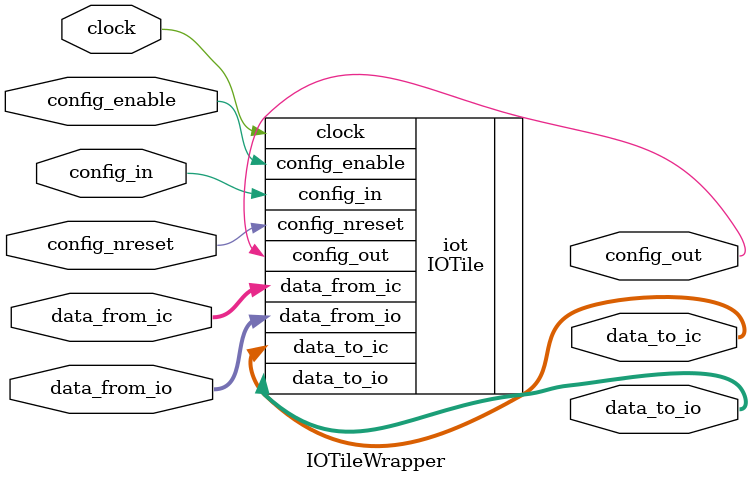
<source format=v>
module IOTileWrapper (
    input [3:0] data_from_io,
    output [3:0] data_to_io,
    input [9:0] data_from_ic,
    output [9:0] data_to_ic,
    input clock,
    input config_in,
    output config_out,
    input config_enable,
    input config_nreset
);
    IOTile #(.IO_PAIRS(4), .IC_PAIRS(10)) iot(
        .data_from_io(data_from_io),
        .data_to_io(data_to_io),
        .data_from_ic(data_from_ic),
        .data_to_ic(data_to_ic),
        .clock(clock),
        .config_in(config_in),
        .config_out(config_out),
        .config_enable(config_enable),
        .config_nreset(config_nreset)
    );
endmodule
</source>
